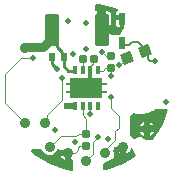
<source format=gbl>
G04*
G04 #@! TF.GenerationSoftware,Altium Limited,Altium Designer,22.11.1 (43)*
G04*
G04 Layer_Physical_Order=4*
G04 Layer_Color=16711680*
%FSLAX43Y43*%
%MOMM*%
G71*
G04*
G04 #@! TF.SameCoordinates,FB5CEF4A-B6EA-44A6-96C9-558EDDA3D9AB*
G04*
G04*
G04 #@! TF.FilePolarity,Positive*
G04*
G01*
G75*
%ADD11C,0.200*%
G04:AMPARAMS|DCode=26|XSize=0.59mm|YSize=0.6mm|CornerRadius=0.074mm|HoleSize=0mm|Usage=FLASHONLY|Rotation=180.000|XOffset=0mm|YOffset=0mm|HoleType=Round|Shape=RoundedRectangle|*
%AMROUNDEDRECTD26*
21,1,0.590,0.453,0,0,180.0*
21,1,0.443,0.600,0,0,180.0*
1,1,0.148,-0.221,0.226*
1,1,0.148,0.221,0.226*
1,1,0.148,0.221,-0.226*
1,1,0.148,-0.221,-0.226*
%
%ADD26ROUNDEDRECTD26*%
G04:AMPARAMS|DCode=27|XSize=0.61mm|YSize=0.6mm|CornerRadius=0.075mm|HoleSize=0mm|Usage=FLASHONLY|Rotation=180.000|XOffset=0mm|YOffset=0mm|HoleType=Round|Shape=RoundedRectangle|*
%AMROUNDEDRECTD27*
21,1,0.610,0.450,0,0,180.0*
21,1,0.460,0.600,0,0,180.0*
1,1,0.150,-0.230,0.225*
1,1,0.150,0.230,0.225*
1,1,0.150,0.230,-0.225*
1,1,0.150,-0.230,-0.225*
%
%ADD27ROUNDEDRECTD27*%
G04:AMPARAMS|DCode=29|XSize=0.61mm|YSize=0.6mm|CornerRadius=0.075mm|HoleSize=0mm|Usage=FLASHONLY|Rotation=90.000|XOffset=0mm|YOffset=0mm|HoleType=Round|Shape=RoundedRectangle|*
%AMROUNDEDRECTD29*
21,1,0.610,0.450,0,0,90.0*
21,1,0.460,0.600,0,0,90.0*
1,1,0.150,0.225,0.230*
1,1,0.150,0.225,-0.230*
1,1,0.150,-0.225,-0.230*
1,1,0.150,-0.225,0.230*
%
%ADD29ROUNDEDRECTD29*%
%ADD31C,0.125*%
%ADD32C,0.300*%
%ADD33C,0.500*%
%ADD34C,0.600*%
%ADD35C,0.500*%
G04:AMPARAMS|DCode=36|XSize=1mm|YSize=0.58mm|CornerRadius=0.072mm|HoleSize=0mm|Usage=FLASHONLY|Rotation=270.000|XOffset=0mm|YOffset=0mm|HoleType=Round|Shape=RoundedRectangle|*
%AMROUNDEDRECTD36*
21,1,1.000,0.435,0,0,270.0*
21,1,0.855,0.580,0,0,270.0*
1,1,0.145,-0.217,-0.428*
1,1,0.145,-0.217,0.428*
1,1,0.145,0.217,0.428*
1,1,0.145,0.217,-0.428*
%
%ADD36ROUNDEDRECTD36*%
G04:AMPARAMS|DCode=37|XSize=0.94mm|YSize=0.95mm|CornerRadius=0.118mm|HoleSize=0mm|Usage=FLASHONLY|Rotation=20.000|XOffset=0mm|YOffset=0mm|HoleType=Round|Shape=RoundedRectangle|*
%AMROUNDEDRECTD37*
21,1,0.940,0.715,0,0,20.0*
21,1,0.705,0.950,0,0,20.0*
1,1,0.235,0.454,-0.215*
1,1,0.235,-0.209,-0.457*
1,1,0.235,-0.454,0.215*
1,1,0.235,0.209,0.457*
%
%ADD37ROUNDEDRECTD37*%
%ADD38C,0.900*%
%ADD39R,0.430X0.230*%
%ADD40R,2.740X1.800*%
G04:AMPARAMS|DCode=41|XSize=0.74mm|YSize=0.32mm|CornerRadius=0.013mm|HoleSize=0mm|Usage=FLASHONLY|Rotation=90.000|XOffset=0mm|YOffset=0mm|HoleType=Round|Shape=RoundedRectangle|*
%AMROUNDEDRECTD41*
21,1,0.740,0.294,0,0,90.0*
21,1,0.714,0.320,0,0,90.0*
1,1,0.026,0.147,0.357*
1,1,0.026,0.147,-0.357*
1,1,0.026,-0.147,-0.357*
1,1,0.026,-0.147,0.357*
%
%ADD41ROUNDEDRECTD41*%
G04:AMPARAMS|DCode=42|XSize=1.2mm|YSize=2.7mm|CornerRadius=0.15mm|HoleSize=0mm|Usage=FLASHONLY|Rotation=0.000|XOffset=0mm|YOffset=0mm|HoleType=Round|Shape=RoundedRectangle|*
%AMROUNDEDRECTD42*
21,1,1.200,2.400,0,0,0.0*
21,1,0.900,2.700,0,0,0.0*
1,1,0.300,0.450,-1.200*
1,1,0.300,-0.450,-1.200*
1,1,0.300,-0.450,1.200*
1,1,0.300,0.450,1.200*
%
%ADD42ROUNDEDRECTD42*%
%ADD43C,0.250*%
%ADD44C,0.750*%
%ADD45C,0.450*%
G36*
X-2212Y-5250D02*
X-1600D01*
Y-5500D01*
X-1350D01*
Y-6100D01*
X-1272Y-6068D01*
X-1264Y-6061D01*
X-1150Y-6118D01*
Y-6956D01*
X-1248Y-7037D01*
X-1738Y-6939D01*
X-2410Y-6736D01*
X-3059Y-6467D01*
X-3678Y-6136D01*
X-4261Y-5746D01*
X-4682Y-5401D01*
Y-5238D01*
X-4579Y-5168D01*
X-3825Y-5168D01*
X-3593Y-5549D01*
X-3285Y-5696D01*
X-2798Y-5698D01*
X-2713Y-5522D01*
X-2636Y-5464D01*
X-2532Y-5328D01*
X-2490Y-5226D01*
X-2299Y-5158D01*
X-2212Y-5250D01*
D02*
G37*
G36*
X3351Y-5600D02*
X3429Y-5568D01*
X3565Y-5464D01*
X3669Y-5328D01*
X3734Y-5170D01*
X3742Y-5112D01*
X3872Y-5094D01*
X4174Y-5804D01*
X3678Y-6136D01*
X3059Y-6467D01*
X2410Y-6736D01*
X1726Y-6943D01*
X1721Y-6946D01*
X1489Y-6987D01*
X1392Y-6905D01*
X1392Y-6449D01*
X1454Y-6366D01*
X2287Y-5945D01*
Y-5032D01*
X2321Y-5012D01*
X2456Y-5077D01*
X2468Y-5170D01*
X2533Y-5328D01*
X2637Y-5464D01*
X2773Y-5568D01*
X2851Y-5600D01*
Y-5000D01*
X3351D01*
Y-5600D01*
D02*
G37*
G36*
X6899Y-1873D02*
X6736Y-2410D01*
X6467Y-3059D01*
X6136Y-3678D01*
X5746Y-4261D01*
X5621Y-4413D01*
X5005D01*
X4899Y-4308D01*
X4751Y-4222D01*
X4586Y-4178D01*
X4414D01*
X4249Y-4222D01*
X4101Y-4308D01*
X4031Y-4377D01*
X3714Y-4060D01*
Y-2363D01*
X3897Y-2180D01*
X4259Y-2251D01*
X4284Y-2251D01*
X4309Y-2255D01*
X4506Y-2255D01*
X4506Y-2255D01*
X4703Y-2254D01*
X4727Y-2249D01*
X4752Y-2249D01*
X5138Y-2172D01*
X5161Y-2162D01*
X5186Y-2157D01*
X5549Y-2006D01*
X5569Y-1992D01*
X5593Y-1982D01*
X5908Y-1771D01*
X6823D01*
X6899Y-1873D01*
D02*
G37*
G36*
X1050Y7076D02*
X1738Y6939D01*
X2410Y6736D01*
X2639Y6641D01*
X2648Y6573D01*
X2639Y6503D01*
X2565Y6454D01*
X2505Y6364D01*
X2484Y6258D01*
Y5930D01*
X2979D01*
Y5830D01*
X3079D01*
Y5125D01*
X3129D01*
Y4969D01*
X2825Y4475D01*
X2761D01*
X2655Y4454D01*
X2655Y4454D01*
X2100D01*
Y4545D01*
X1293D01*
Y4920D01*
X918D01*
Y6477D01*
X843D01*
X820Y6472D01*
X693Y6577D01*
Y7017D01*
X787Y7102D01*
X1050Y7076D01*
D02*
G37*
%LPC*%
G36*
X-1850Y-5750D02*
X-2200D01*
X-2168Y-5828D01*
X-2064Y-5964D01*
X-1928Y-6068D01*
X-1850Y-6100D01*
Y-5750D01*
D02*
G37*
G36*
X5350Y-2894D02*
Y-3250D01*
X5706D01*
X5706Y-3249D01*
X5620Y-3101D01*
X5499Y-2980D01*
X5351Y-2894D01*
X5350Y-2894D01*
D02*
G37*
G36*
X4850Y-2894D02*
X4849Y-2894D01*
X4701Y-2980D01*
X4580Y-3101D01*
X4494Y-3249D01*
X4494Y-3250D01*
X4850D01*
Y-2894D01*
D02*
G37*
G36*
Y-3750D02*
X4494D01*
X4494Y-3751D01*
X4580Y-3899D01*
X4701Y-4020D01*
X4849Y-4106D01*
X4850Y-4106D01*
Y-3750D01*
D02*
G37*
G36*
X5706D02*
X5350D01*
Y-4106D01*
X5351Y-4106D01*
X5499Y-4020D01*
X5620Y-3899D01*
X5706Y-3751D01*
X5706Y-3750D01*
D02*
G37*
G36*
X1743Y6477D02*
X1668D01*
Y5295D01*
X2100D01*
Y6120D01*
X2073Y6257D01*
X1995Y6372D01*
X1880Y6450D01*
X1743Y6477D01*
D02*
G37*
G36*
X2879Y5730D02*
X2484D01*
Y5403D01*
X2505Y5296D01*
X2565Y5206D01*
X2655Y5146D01*
X2761Y5125D01*
X2879D01*
Y5730D01*
D02*
G37*
%LPD*%
D11*
X39Y39D02*
X77D01*
X-325Y-325D02*
X39Y39D01*
X233Y-325D02*
X1540D01*
X-235Y-397D02*
Y-325D01*
X-1540D02*
X-325D01*
X-235Y-397D02*
X-116Y-516D01*
X-100Y-532D02*
X-46D01*
X325Y325D02*
X1540D01*
X4974Y3083D02*
X5184Y2873D01*
Y2434D02*
X5392Y2227D01*
X5820D02*
X5820Y2227D01*
X5184Y2434D02*
Y2873D01*
X5392Y2227D02*
X5820D01*
X3840Y3901D02*
X4366D01*
X4806Y3290D02*
Y3461D01*
X4366Y3901D02*
X4806Y3461D01*
X-1913Y2609D02*
X-1913D01*
X-1925Y2620D02*
X-1913Y2609D01*
X-1540Y325D02*
X-256D01*
X2276Y6446D02*
X2321Y6490D01*
X3589Y3650D02*
X3840Y3901D01*
X3029Y3650D02*
X3589D01*
D26*
X-1925Y2620D02*
D03*
X-2950D02*
D03*
D27*
X675Y2453D02*
D03*
X-325D02*
D03*
D29*
X-32Y-4895D02*
D03*
Y-3895D02*
D03*
X2070Y2694D02*
D03*
Y1694D02*
D03*
D31*
X-5560Y2553D02*
X-4554D01*
X2055Y-1736D02*
Y-770D01*
X2773Y1893D02*
X2802D01*
X3445Y2536D02*
X3471D01*
X2802Y1893D02*
X3445Y2536D01*
X423Y1617D02*
Y1910D01*
X552Y2039D02*
Y2227D01*
X675Y2350D01*
X325Y1520D02*
X423Y1617D01*
Y1910D02*
X552Y2039D01*
X1600Y-5263D02*
X1842Y-5021D01*
Y-5020D02*
X2442Y-4420D01*
Y-3689D01*
X1600Y-5500D02*
Y-5263D01*
X1842Y-5021D02*
Y-5020D01*
X0Y-6200D02*
X592Y-5608D01*
Y-4593D02*
X1013Y-4172D01*
X592Y-5608D02*
Y-4593D01*
X1274Y3042D02*
X1622Y2694D01*
X2070D01*
X-701Y-5057D02*
X-539Y-4895D01*
X-32D01*
X-965Y-5500D02*
X-701Y-5236D01*
Y-5057D01*
X-1600Y-5500D02*
X-965D01*
X350Y-2227D02*
X358Y-2235D01*
X350Y-2227D02*
X350Y-2227D01*
X350Y-2227D02*
X350Y-2227D01*
X328Y-2205D02*
X350Y-2227D01*
X2051Y1014D02*
Y1625D01*
X2115Y1689D01*
X-6911Y1202D02*
X-5560Y2553D01*
X-2077Y-1077D02*
Y849D01*
X-3333Y-2333D02*
X-2077Y-1077D01*
X-3333Y-2833D02*
Y-2333D01*
X-3500Y-3000D02*
X-3333Y-2833D01*
X2445Y-3686D02*
Y-3685D01*
X2442Y-3689D02*
X2445Y-3686D01*
Y-3685D02*
X2724Y-3406D01*
X-3100Y-5000D02*
X-2186Y-4086D01*
X-866D01*
X350Y-2227D02*
X358Y-2218D01*
X327Y-2249D02*
X350Y-2227D01*
X1596Y1689D02*
X2115D01*
Y1694D01*
X2724Y-3406D02*
Y-2405D01*
X2055Y-1736D02*
X2724Y-2405D01*
X-866Y-4086D02*
X-675Y-3895D01*
X-6911Y-1289D02*
X-5200Y-3000D01*
X-6911Y-1289D02*
Y1202D01*
X-325Y-2329D02*
Y-1450D01*
X-32Y-3895D02*
Y-2622D01*
X-325Y-2329D02*
X-32Y-2622D01*
X327Y-2249D02*
X344D01*
X358Y-2235D01*
X328Y-2205D02*
Y-1453D01*
X325Y-1450D02*
X328Y-1453D01*
X358Y-2235D02*
Y-2218D01*
X-675Y-3895D02*
X-32D01*
X1357Y1450D02*
X1596Y1689D01*
X975Y1450D02*
X1357D01*
X-325D02*
Y2368D01*
X-330Y2373D02*
X-325Y2368D01*
D32*
X-187Y580D02*
X-175Y592D01*
X-187Y325D02*
Y580D01*
X77Y39D02*
X325Y287D01*
Y325D01*
Y1440D01*
X2898Y4946D02*
X3029Y5076D01*
Y5950D01*
X2370Y5952D02*
X2372Y5950D01*
X3029D01*
X6011Y-3168D02*
Y-2894D01*
X6049Y-2856D01*
X5813Y-3366D02*
X6011Y-3168D01*
X5234Y-3366D02*
X5813D01*
X5100Y-3500D02*
X5234Y-3366D01*
D33*
X-4554Y2553D02*
D03*
X-175Y592D02*
D03*
X77Y39D02*
D03*
X2055Y-770D02*
D03*
X-46Y-532D02*
D03*
X2773Y1893D02*
D03*
X-2652Y-3584D02*
D03*
X1824Y-4303D02*
D03*
X1013Y-4172D02*
D03*
X2331Y4976D02*
D03*
X6490Y-2244D02*
D03*
X6754Y-1198D02*
D03*
X-1010Y-4602D02*
D03*
X2051Y1014D02*
D03*
X-1561Y5687D02*
D03*
X-41Y3240D02*
D03*
X1274Y3042D02*
D03*
X-43Y5515D02*
D03*
X-2077Y849D02*
D03*
X-2507Y1569D02*
D03*
X6049Y-2856D02*
D03*
X-3960Y-5591D02*
D03*
X3300Y-6016D02*
D03*
X-1800Y-6623D02*
D03*
X-2600Y-6354D02*
D03*
X-3300Y-6016D02*
D03*
X1800Y-6623D02*
D03*
X3836Y-5688D02*
D03*
X2600Y-6354D02*
D03*
X2321Y6490D02*
D03*
X-1115Y2886D02*
D03*
X5820Y2227D02*
D03*
X327Y-2249D02*
D03*
D34*
X-1676Y-1557D02*
D03*
D35*
X3101Y-5000D02*
G03*
X2691Y-5170I0J-579D01*
G01*
X3100Y-5001D02*
X3101Y-5000D01*
X2533Y-5328D02*
X2533D01*
X2691Y-5170D01*
X-1657Y-1538D02*
X-1065D01*
X-1676Y-1557D02*
X-1657Y-1538D01*
X1293Y4920D02*
X1308Y4935D01*
X1193Y5020D02*
X1293Y4920D01*
D36*
X2979Y5830D02*
D03*
Y3770D02*
D03*
D37*
X3471Y2536D02*
D03*
X4974Y3083D02*
D03*
D38*
X-3500Y-3000D02*
D03*
X-5200D02*
D03*
X0Y-6200D02*
D03*
X1600Y-5500D02*
D03*
X-3100Y-5000D02*
D03*
X-5200Y3400D02*
D03*
X3101Y-5000D02*
D03*
X-1600Y-5500D02*
D03*
X5100Y-3500D02*
D03*
D39*
X1560Y-325D02*
D03*
Y325D02*
D03*
X-1560Y-325D02*
D03*
Y325D02*
D03*
D40*
X0Y0D02*
D03*
D41*
X-975Y-1520D02*
D03*
X-325D02*
D03*
X325D02*
D03*
X975D02*
D03*
Y1520D02*
D03*
X325D02*
D03*
X-325D02*
D03*
X-975D02*
D03*
D42*
X-2907Y4920D02*
D03*
X1293D02*
D03*
D43*
X-2907Y3892D02*
X-2670D01*
X-2475Y3460D02*
Y3697D01*
X-2071Y2766D02*
X-1925Y2620D01*
X-2475Y3460D02*
X-2071Y3056D01*
Y2766D02*
Y3056D01*
X-2670Y3892D02*
X-2475Y3697D01*
X-2907Y3892D02*
Y4920D01*
X-1525Y1450D02*
X-975D01*
X-1925Y2597D02*
X-1913Y2609D01*
X-2962Y2024D02*
Y2608D01*
Y2024D02*
X-2507Y1569D01*
X-2962Y2608D02*
X-2950Y2620D01*
X-1925Y1850D02*
X-1525Y1450D01*
X-1925Y1850D02*
Y2597D01*
D44*
X-3648Y3429D02*
X-2907Y4170D01*
X-5171Y3429D02*
X-3648D01*
X-5200Y3400D02*
X-5171Y3429D01*
D45*
X-1800Y-6623D02*
Y-6609D01*
M02*

</source>
